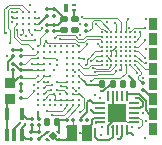
<source format=gbr>
%TF.GenerationSoftware,KiCad,Pcbnew,8.0.7*%
%TF.CreationDate,2025-01-06T01:22:00-08:00*%
%TF.ProjectId,Miniscope-v4-Wire-Free,4d696e69-7363-46f7-9065-2d76342d5769,rev?*%
%TF.SameCoordinates,Original*%
%TF.FileFunction,Copper,L6,Bot*%
%TF.FilePolarity,Positive*%
%FSLAX46Y46*%
G04 Gerber Fmt 4.6, Leading zero omitted, Abs format (unit mm)*
G04 Created by KiCad (PCBNEW 8.0.7) date 2025-01-06 01:22:00*
%MOMM*%
%LPD*%
G01*
G04 APERTURE LIST*
G04 Aperture macros list*
%AMRoundRect*
0 Rectangle with rounded corners*
0 $1 Rounding radius*
0 $2 $3 $4 $5 $6 $7 $8 $9 X,Y pos of 4 corners*
0 Add a 4 corners polygon primitive as box body*
4,1,4,$2,$3,$4,$5,$6,$7,$8,$9,$2,$3,0*
0 Add four circle primitives for the rounded corners*
1,1,$1+$1,$2,$3*
1,1,$1+$1,$4,$5*
1,1,$1+$1,$6,$7*
1,1,$1+$1,$8,$9*
0 Add four rect primitives between the rounded corners*
20,1,$1+$1,$2,$3,$4,$5,0*
20,1,$1+$1,$4,$5,$6,$7,0*
20,1,$1+$1,$6,$7,$8,$9,0*
20,1,$1+$1,$8,$9,$2,$3,0*%
%AMRotRect*
0 Rectangle, with rotation*
0 The origin of the aperture is its center*
0 $1 length*
0 $2 width*
0 $3 Rotation angle, in degrees counterclockwise*
0 Add horizontal line*
21,1,$1,$2,0,0,$3*%
%AMFreePoly0*
4,1,7,0.110000,0.125000,0.110000,-0.125000,-0.110000,-0.125000,-0.140000,-0.125000,-0.140000,0.095000,0.110000,0.345000,0.110000,0.125000,0.110000,0.125000,$1*%
%AMFreePoly1*
4,1,6,0.140000,0.095000,0.140000,-0.125000,-0.110000,-0.125000,-0.110000,0.275000,-0.040000,0.275000,0.140000,0.095000,0.140000,0.095000,$1*%
%AMFreePoly2*
4,1,8,0.110000,0.125000,0.110000,-0.125000,-0.110000,-0.125000,-0.140000,-0.125000,-0.140000,0.095000,0.040000,0.275000,0.110000,0.275000,0.110000,0.125000,0.110000,0.125000,$1*%
G04 Aperture macros list end*
%TA.AperFunction,SMDPad,CuDef*%
%ADD10RoundRect,0.077500X-0.092500X0.077500X-0.092500X-0.077500X0.092500X-0.077500X0.092500X0.077500X0*%
%TD*%
%TA.AperFunction,SMDPad,CuDef*%
%ADD11C,0.228600*%
%TD*%
%TA.AperFunction,SMDPad,CuDef*%
%ADD12RoundRect,0.145000X0.145000X0.170000X-0.145000X0.170000X-0.145000X-0.170000X0.145000X-0.170000X0*%
%TD*%
%TA.AperFunction,SMDPad,CuDef*%
%ADD13RoundRect,0.145000X-0.145000X-0.170000X0.145000X-0.170000X0.145000X0.170000X-0.145000X0.170000X0*%
%TD*%
%TA.AperFunction,SMDPad,CuDef*%
%ADD14RoundRect,0.077500X0.092500X-0.077500X0.092500X0.077500X-0.092500X0.077500X-0.092500X-0.077500X0*%
%TD*%
%TA.AperFunction,SMDPad,CuDef*%
%ADD15RoundRect,0.077500X-0.077500X-0.092500X0.077500X-0.092500X0.077500X0.092500X-0.077500X0.092500X0*%
%TD*%
%TA.AperFunction,SMDPad,CuDef*%
%ADD16RoundRect,0.145000X0.170000X-0.145000X0.170000X0.145000X-0.170000X0.145000X-0.170000X-0.145000X0*%
%TD*%
%TA.AperFunction,SMDPad,CuDef*%
%ADD17RoundRect,0.222500X0.237500X-0.222500X0.237500X0.222500X-0.237500X0.222500X-0.237500X-0.222500X0*%
%TD*%
%TA.AperFunction,SMDPad,CuDef*%
%ADD18C,0.250000*%
%TD*%
%TA.AperFunction,SMDPad,CuDef*%
%ADD19R,0.812800X1.320800*%
%TD*%
%TA.AperFunction,SMDPad,CuDef*%
%ADD20R,0.340000X0.990000*%
%TD*%
%TA.AperFunction,SMDPad,CuDef*%
%ADD21FreePoly0,90.000000*%
%TD*%
%TA.AperFunction,SMDPad,CuDef*%
%ADD22FreePoly1,90.000000*%
%TD*%
%TA.AperFunction,SMDPad,CuDef*%
%ADD23FreePoly2,270.000000*%
%TD*%
%TA.AperFunction,SMDPad,CuDef*%
%ADD24FreePoly1,270.000000*%
%TD*%
%TA.AperFunction,SMDPad,CuDef*%
%ADD25RotRect,0.480000X0.480000X225.000000*%
%TD*%
%TA.AperFunction,SMDPad,CuDef*%
%ADD26RoundRect,0.050000X-0.050000X0.375000X-0.050000X-0.375000X0.050000X-0.375000X0.050000X0.375000X0*%
%TD*%
%TA.AperFunction,SMDPad,CuDef*%
%ADD27RoundRect,0.050000X-0.375000X0.050000X-0.375000X-0.050000X0.375000X-0.050000X0.375000X0.050000X0*%
%TD*%
%TA.AperFunction,SMDPad,CuDef*%
%ADD28R,1.650000X1.650000*%
%TD*%
%TA.AperFunction,SMDPad,CuDef*%
%ADD29R,0.800000X1.000000*%
%TD*%
%TA.AperFunction,SMDPad,CuDef*%
%ADD30RoundRect,0.077500X0.077500X0.092500X-0.077500X0.092500X-0.077500X-0.092500X0.077500X-0.092500X0*%
%TD*%
%TA.AperFunction,SMDPad,CuDef*%
%ADD31R,0.400000X0.250000*%
%TD*%
%TA.AperFunction,SMDPad,CuDef*%
%ADD32R,0.400000X0.700000*%
%TD*%
%TA.AperFunction,ViaPad*%
%ADD33C,0.254000*%
%TD*%
%TA.AperFunction,ViaPad*%
%ADD34C,0.304800*%
%TD*%
%TA.AperFunction,Conductor*%
%ADD35C,0.101600*%
%TD*%
%TA.AperFunction,Conductor*%
%ADD36C,0.152400*%
%TD*%
%TA.AperFunction,Conductor*%
%ADD37C,0.076200*%
%TD*%
G04 APERTURE END LIST*
D10*
%TO.P,R22,1*%
%TO.N,Net-(R22-Pad1)*%
X82623600Y-68128800D03*
%TO.P,R22,2*%
%TO.N,GND*%
X82623600Y-68678800D03*
%TD*%
D11*
%TO.P,U6,A1,PA25*%
%TO.N,/PUSH_BUT_MCU*%
X90782200Y-63598200D03*
%TO.P,U6,A2,PB22*%
%TO.N,/IR_REC*%
X90782200Y-63198200D03*
%TO.P,U6,A3,PB23*%
%TO.N,/nCHRG*%
X90782200Y-62798200D03*
%TO.P,U6,A4,VDDCORE*%
%TO.N,/VDDCORE*%
X90782200Y-62398200D03*
%TO.P,U6,A5,VSW*%
%TO.N,Net-(L5-Pad2)*%
X90782200Y-61998200D03*
%TO.P,U6,A6,PB30*%
%TO.N,/LED_PWM*%
X90782200Y-61598200D03*
%TO.P,U6,A7,PB00*%
%TO.N,/I2C_BB_SDA*%
X90782200Y-61198200D03*
%TO.P,U6,A8,PB02*%
%TO.N,/I2C_BB_SCL*%
X90782200Y-60798200D03*
%TO.P,U6,B1,PA24*%
%TO.N,/3V3_EN*%
X90382200Y-63598200D03*
%TO.P,U6,B2,GND*%
%TO.N,GND*%
X90382200Y-63198200D03*
%TO.P,U6,B3,PA27*%
%TO.N,unconnected-(U6-PadB3)*%
X90382200Y-62798200D03*
%TO.P,U6,B4,\u002ARESET*%
%TO.N,/nRESET*%
X90382200Y-62398200D03*
%TO.P,U6,B5,VDDIO*%
%TO.N,+1V8*%
X90382200Y-61998200D03*
%TO.P,U6,B6,PB31*%
%TO.N,unconnected-(U6-PadB6)*%
X90382200Y-61598200D03*
%TO.P,U6,B7,PB01*%
%TO.N,/ENT*%
X90382200Y-61198200D03*
%TO.P,U6,B8,PA00*%
%TO.N,/XIN32*%
X90382200Y-60798200D03*
%TO.P,U6,C1,PA22*%
%TO.N,/PCC_DATA6*%
X89982200Y-63598200D03*
%TO.P,U6,C2,PA23*%
%TO.N,/PCC_DATA7*%
X89982200Y-63198200D03*
%TO.P,U6,C3,VDDIO*%
%TO.N,+1V8*%
X89982200Y-62798200D03*
%TO.P,U6,C4,GND*%
%TO.N,GND*%
X89982200Y-62398200D03*
%TO.P,U6,C5,PA30*%
%TO.N,/SWCLK*%
X89982200Y-61998200D03*
%TO.P,U6,C6,PB03*%
%TO.N,unconnected-(U6-PadC6)*%
X89982200Y-61598200D03*
%TO.P,U6,C7,PA02*%
%TO.N,/ADC0*%
X89982200Y-61198200D03*
%TO.P,U6,C8,PA01*%
%TO.N,/XOUT32*%
X89982200Y-60798200D03*
%TO.P,U6,D1,PB17*%
%TO.N,/UART_RX*%
X89582200Y-63598200D03*
%TO.P,U6,D2,PA20*%
%TO.N,/PCC_DATA4*%
X89582200Y-63198200D03*
%TO.P,U6,D3,PA21*%
%TO.N,/PCC_DATA5*%
X89582200Y-62798200D03*
%TO.P,U6,D4,PB16*%
%TO.N,/UART_TX*%
X89582200Y-62398200D03*
%TO.P,U6,D5,PA31*%
%TO.N,/SWDIO*%
X89582200Y-61998200D03*
%TO.P,U6,D6,PA03*%
%TO.N,unconnected-(U6-PadD6)*%
X89582200Y-61598200D03*
%TO.P,U6,D7,PB04*%
%TO.N,unconnected-(U6-PadD7)*%
X89582200Y-61198200D03*
%TO.P,U6,D8,PB05*%
%TO.N,/SD_DET*%
X89582200Y-60798200D03*
%TO.P,U6,E1,PA18*%
%TO.N,/PCC_DATA2*%
X89182200Y-63598200D03*
%TO.P,U6,E2,PA19*%
%TO.N,/PCC_DATA3*%
X89182200Y-63198200D03*
%TO.P,U6,E3,VDDIO*%
%TO.N,+1V8*%
X89182200Y-62798200D03*
%TO.P,U6,E4,VDDIOB*%
X89182200Y-62398200D03*
%TO.P,U6,E5,GNDANA*%
%TO.N,GND*%
X89182200Y-61998200D03*
%TO.P,U6,E6,PB07*%
%TO.N,unconnected-(U6-PadE6)*%
X89182200Y-61598200D03*
%TO.P,U6,E7,PB06*%
%TO.N,unconnected-(U6-PadE7)*%
X89182200Y-61198200D03*
%TO.P,U6,E8,VDDANA*%
%TO.N,/VDDA*%
X89182200Y-60798200D03*
%TO.P,U6,F1,PA17*%
%TO.N,/PCC_DATA1*%
X88782200Y-63598200D03*
%TO.P,U6,F2,PA12*%
%TO.N,/PCC_DEN1*%
X88782200Y-63198200D03*
%TO.P,U6,F3,GND*%
%TO.N,GND*%
X88782200Y-62798200D03*
%TO.P,U6,F4,GND*%
X88782200Y-62398200D03*
%TO.P,U6,F5,PB08*%
%TO.N,unconnected-(U6-PadF5)*%
X88782200Y-61998200D03*
%TO.P,U6,F6,PA05*%
%TO.N,/SPI1_SCK*%
X88782200Y-61598200D03*
%TO.P,U6,F7,PA04*%
%TO.N,/SPI1_MOSI*%
X88782200Y-61198200D03*
%TO.P,U6,F8,PB09*%
%TO.N,/LED_STATUS*%
X88782200Y-60798200D03*
%TO.P,U6,G1,PA16*%
%TO.N,/PCC_DATA0*%
X88382200Y-63598200D03*
%TO.P,U6,G2,PA13*%
%TO.N,/PCC_DEN2*%
X88382200Y-63198200D03*
%TO.P,U6,G3,PB14*%
%TO.N,/PCC_DEN1*%
X88382200Y-62798200D03*
%TO.P,U6,G4,PB11*%
%TO.N,/SDMMC1_CK*%
X88382200Y-62398200D03*
%TO.P,U6,G5,PA11*%
%TO.N,/SDMMC1_D2*%
X88382200Y-61998200D03*
%TO.P,U6,G6,PA09*%
%TO.N,/SDMMC1_D0*%
X88382200Y-61598200D03*
%TO.P,U6,G7,PA06*%
%TO.N,/SPI1_MISO*%
X88382200Y-61198200D03*
%TO.P,U6,G8,PA07*%
%TO.N,/MONITOR0*%
X88382200Y-60798200D03*
%TO.P,U6,H1,PA14*%
%TO.N,/PCC_CLK*%
X87982200Y-63598200D03*
%TO.P,U6,H2,PA15*%
%TO.N,/TRIGGER0*%
X87982200Y-63198200D03*
%TO.P,U6,H3,PB15*%
%TO.N,/CLK1_OUT*%
X87982200Y-62798200D03*
%TO.P,U6,H4,PB13*%
%TO.N,/RESET_N*%
X87982200Y-62398200D03*
%TO.P,U6,H5,PB12*%
%TO.N,/SPI1_NSS*%
X87982200Y-61998200D03*
%TO.P,U6,H6,PB15*%
%TO.N,/SDMMC1_D3*%
X87982200Y-61598200D03*
%TO.P,U6,H7,PA10*%
%TO.N,/SDMMC1_D1*%
X87982200Y-61198200D03*
%TO.P,U6,H8,PA08*%
%TO.N,/SDMMC1_CMD*%
X87982200Y-60798200D03*
%TD*%
D12*
%TO.P,C6,1*%
%TO.N,+1V8*%
X88883400Y-65134000D03*
%TO.P,C6,2*%
%TO.N,GND*%
X87993400Y-65134000D03*
%TD*%
D13*
%TO.P,C7,1*%
%TO.N,+3V3*%
X89746000Y-65159400D03*
%TO.P,C7,2*%
%TO.N,GND*%
X90636000Y-65159400D03*
%TD*%
D14*
%TO.P,C9,1*%
%TO.N,+1V8*%
X83311500Y-59412500D03*
%TO.P,C9,2*%
%TO.N,GND*%
X83311500Y-58862500D03*
%TD*%
%TO.P,C10,1*%
%TO.N,+3V3*%
X83946500Y-59412500D03*
%TO.P,C10,2*%
%TO.N,GND*%
X83946500Y-58862500D03*
%TD*%
%TO.P,C11,1*%
%TO.N,+3V3*%
X80454100Y-62841500D03*
%TO.P,C11,2*%
%TO.N,GND*%
X80454100Y-62291500D03*
%TD*%
%TO.P,C27,1*%
%TO.N,+1V8*%
X82016200Y-69800400D03*
%TO.P,C27,2*%
%TO.N,GND*%
X82016200Y-69250400D03*
%TD*%
%TO.P,C36,1*%
%TO.N,/VREF_BOTPLATE*%
X80479500Y-64022600D03*
%TO.P,C36,2*%
%TO.N,GND*%
X80479500Y-63472600D03*
%TD*%
%TO.P,C38,1*%
%TO.N,+3V3*%
X83311500Y-60720600D03*
%TO.P,C38,2*%
%TO.N,GND*%
X83311500Y-60170600D03*
%TD*%
%TO.P,C41,1*%
%TO.N,+3V3*%
X83946500Y-60720600D03*
%TO.P,C41,2*%
%TO.N,GND*%
X83946500Y-60170600D03*
%TD*%
D15*
%TO.P,C48,1*%
%TO.N,/VDD_PIX*%
X85015600Y-68208400D03*
%TO.P,C48,2*%
%TO.N,GND*%
X85565600Y-68208400D03*
%TD*%
D16*
%TO.P,C50,1*%
%TO.N,+3V3*%
X84759300Y-60585800D03*
%TO.P,C50,2*%
%TO.N,GND*%
X84759300Y-59695800D03*
%TD*%
%TO.P,C52,1*%
%TO.N,+1V8*%
X85699100Y-60560400D03*
%TO.P,C52,2*%
%TO.N,GND*%
X85699100Y-59670400D03*
%TD*%
D17*
%TO.P,L4,1*%
%TO.N,Net-(L4-Pad1)*%
X80162000Y-66401200D03*
%TO.P,L4,2*%
%TO.N,/VREF_BOTPLATE*%
X80162000Y-65071200D03*
%TD*%
D18*
%TO.P,U8,A1,VDD_PIX*%
%TO.N,/VDD_PIX*%
X86046000Y-66989600D03*
%TO.P,U8,A2,VDD_18*%
%TO.N,+1V8*%
X86046000Y-66489600D03*
%TO.P,U8,A3,TR2*%
%TO.N,GND*%
X86046000Y-65989600D03*
%TO.P,U8,A4,SS_N*%
%TO.N,/SPI1_NSS*%
X86046000Y-65489600D03*
%TO.P,U8,A5,FRAME_VALID*%
%TO.N,/PCC_DEN1*%
X86046000Y-64989600D03*
%TO.P,U8,A6,VSS_COLPC*%
%TO.N,GND*%
X86046000Y-64489600D03*
%TO.P,U8,A7,DOUT7*%
%TO.N,/PCC_DATA5*%
X86046000Y-63989600D03*
%TO.P,U8,A8,CLK_OUT*%
%TO.N,/PCC_CLK*%
X86046000Y-63489600D03*
%TO.P,U8,A9,DOUT2*%
%TO.N,/PCC_DATA0*%
X86046000Y-62989600D03*
%TO.P,U8,A10,VDD_18*%
%TO.N,+1V8*%
X86046000Y-62489600D03*
%TO.P,U8,A11,VSS_COLPC*%
%TO.N,GND*%
X86046000Y-61989600D03*
%TO.P,U8,B1,VDD_33*%
%TO.N,+3V3*%
X85546000Y-66989600D03*
%TO.P,U8,B2,VSS_COLPC*%
%TO.N,GND*%
X85546000Y-66489600D03*
%TO.P,U8,B3,TR1*%
X85546000Y-65989600D03*
%TO.P,U8,B4,SCK*%
%TO.N,/SPI1_SCK*%
X85546000Y-65489600D03*
%TO.P,U8,B5,LINE_VALID*%
%TO.N,/PCC_DEN2*%
X85546000Y-64989600D03*
%TO.P,U8,B6,VDD_PIX*%
%TO.N,/VDD_PIX*%
X85546000Y-64489600D03*
%TO.P,U8,B7,DOUT6*%
%TO.N,/PCC_DATA4*%
X85546000Y-63989600D03*
%TO.P,U8,B8,DOUT4*%
%TO.N,/PCC_DATA2*%
X85546000Y-63489600D03*
%TO.P,U8,B9,DOUT0*%
%TO.N,unconnected-(U8-PadB9)*%
X85546000Y-62989600D03*
%TO.P,U8,B10,VDD_PIX*%
%TO.N,/VDD_PIX*%
X85546000Y-62489600D03*
%TO.P,U8,B11,CLK_OUTP*%
%TO.N,unconnected-(U8-PadB11)*%
X85546000Y-61989600D03*
%TO.P,U8,C1,MONITOR0*%
%TO.N,/MONITOR0*%
X85046000Y-66989600D03*
%TO.P,U8,C2,SCAN_EN*%
%TO.N,GND*%
X85046000Y-66489600D03*
%TO.P,U8,C3,TRIGGER0*%
%TO.N,/TRIGGER0*%
X85046000Y-65989600D03*
%TO.P,U8,C4,RESET_N*%
%TO.N,/RESET_N*%
X85046000Y-65489600D03*
%TO.P,U8,C5,DOUT9*%
%TO.N,/PCC_DATA7*%
X85046000Y-64989600D03*
%TO.P,U8,C6,DOUT8*%
%TO.N,/PCC_DATA6*%
X85046000Y-64489600D03*
%TO.P,U8,C7,DOUT5*%
%TO.N,/PCC_DATA3*%
X85046000Y-63989600D03*
%TO.P,U8,C8,DOUT3*%
%TO.N,/PCC_DATA1*%
X85046000Y-63489600D03*
%TO.P,U8,C9,DOUT1*%
%TO.N,unconnected-(U8-PadC9)*%
X85046000Y-62989600D03*
%TO.P,U8,C10,CLK_OUTN*%
%TO.N,unconnected-(U8-PadC10)*%
X85046000Y-62489600D03*
%TO.P,U8,C11,DOUTP*%
%TO.N,unconnected-(U8-PadC11)*%
X85046000Y-61989600D03*
%TO.P,U8,D1,MONITOR1*%
%TO.N,/MONITOR1*%
X84546000Y-66989600D03*
%TO.P,U8,D2,VSS_18*%
%TO.N,GND*%
X84546000Y-66489600D03*
%TO.P,U8,D10,DOUTN*%
%TO.N,unconnected-(U8-PadD10)*%
X84546000Y-62489600D03*
%TO.P,U8,D11,SYNCP*%
%TO.N,unconnected-(U8-PadD11)*%
X84546000Y-61989600D03*
%TO.P,U8,E1,IBIAS_MASTER*%
%TO.N,Net-(R22-Pad1)*%
X84046000Y-66989600D03*
%TO.P,U8,E2,VSS_33*%
%TO.N,GND*%
X84046000Y-66489600D03*
%TO.P,U8,E10,SYNCN*%
%TO.N,unconnected-(U8-PadE10)*%
X84046000Y-62489600D03*
%TO.P,U8,E11,LVDS_CLK_INP*%
%TO.N,unconnected-(U8-PadE11)*%
X84046000Y-61989600D03*
%TO.P,U8,F1,CP_RESPD*%
%TO.N,unconnected-(U8-PadF1)*%
X83546000Y-66989600D03*
%TO.P,U8,F2,MONITOR2*%
%TO.N,/MONITOR2*%
X83546000Y-66489600D03*
%TO.P,U8,F10,LVDS_CLK_INN*%
%TO.N,unconnected-(U8-PadF10)*%
X83546000Y-62489600D03*
%TO.P,U8,F11,VDD_33*%
%TO.N,+3V3*%
X83546000Y-61989600D03*
%TO.P,U8,G1,CP_CALIB*%
%TO.N,unconnected-(U8-PadG1)*%
X83046000Y-66989600D03*
%TO.P,U8,G2,VSS_33*%
%TO.N,GND*%
X83046000Y-66489600D03*
%TO.P,U8,G3,VDD_33*%
%TO.N,+3V3*%
X83046000Y-65989600D03*
%TO.P,U8,G4,MISO*%
%TO.N,/SPI1_MISO*%
X83046000Y-65489600D03*
%TO.P,U8,G5,MOSI*%
%TO.N,/SPI1_MOSI*%
X83046000Y-64989600D03*
%TO.P,U8,G6,VSS_18*%
%TO.N,GND*%
X83046000Y-64489600D03*
%TO.P,U8,G7,VSS_18*%
X83046000Y-63989600D03*
%TO.P,U8,G8,VSS_18*%
X83046000Y-63489600D03*
%TO.P,U8,G9,CLK_PLL*%
%TO.N,/CLK1_OUT*%
X83046000Y-62989600D03*
%TO.P,U8,G10,LOCK_DETECT*%
%TO.N,/LOCK_DETECT*%
X83046000Y-62489600D03*
%TO.P,U8,G11,VSS_18*%
%TO.N,GND*%
X83046000Y-61989600D03*
%TO.P,U8,H1,MBSINOUT1*%
%TO.N,unconnected-(U8-PadH1)*%
X82546000Y-66989600D03*
%TO.P,U8,H2,MBSINOUT1*%
%TO.N,unconnected-(U8-PadH2)*%
X82546000Y-66489600D03*
%TO.P,U8,H3,MBSINOUT2*%
%TO.N,unconnected-(U8-PadH3)*%
X82546000Y-65989600D03*
%TO.P,U8,H4,CP_SEL_SAMPLE*%
%TO.N,unconnected-(U8-PadH4)*%
X82546000Y-65489600D03*
%TO.P,U8,H5,TEST_ENABLE*%
%TO.N,GND*%
X82546000Y-64989600D03*
%TO.P,U8,H6,VREF_BOTPLATE*%
%TO.N,/VREF_BOTPLATE*%
X82546000Y-64489600D03*
%TO.P,U8,H7,VSS_33*%
%TO.N,GND*%
X82546000Y-63989600D03*
%TO.P,U8,H8,VSS_33*%
X82546000Y-63489600D03*
%TO.P,U8,H9,VDD_18*%
%TO.N,+1V8*%
X82546000Y-62989600D03*
%TO.P,U8,H10,VDD_33*%
%TO.N,+3V3*%
X82546000Y-62489600D03*
%TO.P,U8,H11,VDD_33*%
X82546000Y-61989600D03*
%TD*%
D19*
%TO.P,J9,1,Pin_1*%
%TO.N,GND*%
X85446800Y-69347600D03*
%TD*%
%TO.P,J10,1,Pin_1*%
%TO.N,/BAT+*%
X86716800Y-69347600D03*
%TD*%
D10*
%TO.P,C30,1*%
%TO.N,+3V3*%
X82041600Y-68107400D03*
%TO.P,C30,2*%
%TO.N,GND*%
X82041600Y-68657400D03*
%TD*%
D18*
%TO.P,U4,A1,IO_VL3*%
%TO.N,/SDMMC1_D2*%
X82309000Y-59073300D03*
%TO.P,U4,A2,IO_VCC3*%
%TO.N,/SD_DAT2*%
X81809000Y-59073300D03*
%TO.P,U4,A3,IO_VCC4*%
%TO.N,/SD_DAT3*%
X81309000Y-59073300D03*
%TO.P,U4,A4,IO_VL4*%
%TO.N,/SDMMC1_D3*%
X80809000Y-59073300D03*
%TO.P,U4,B1,IO_VL2*%
%TO.N,/SDMMC1_D1*%
X82309000Y-59573300D03*
%TO.P,U4,B2,IO_VCC2*%
%TO.N,/SD_DAT1*%
X81809000Y-59573300D03*
%TO.P,U4,B3,IO_VCC5*%
%TO.N,/SD_CMD*%
X81309000Y-59573300D03*
%TO.P,U4,B4,IO_VL5*%
%TO.N,/SDMMC1_CMD*%
X80809000Y-59573300D03*
%TO.P,U4,C1,VL*%
%TO.N,+1V8*%
X82309000Y-60073300D03*
%TO.P,U4,C2,VCC*%
%TO.N,+3V3*%
X81809000Y-60073300D03*
%TO.P,U4,C3,GND*%
%TO.N,GND*%
X81309000Y-60073300D03*
%TO.P,U4,C4,EN*%
%TO.N,+1V8*%
X80809000Y-60073300D03*
%TO.P,U4,D1,IO_VL1*%
%TO.N,/SDMMC1_D0*%
X82309000Y-60573300D03*
%TO.P,U4,D2,IO_VCC1*%
%TO.N,/SD_DAT0*%
X81809000Y-60573300D03*
%TO.P,U4,D3,IO_VCC6*%
%TO.N,/SD_CLK*%
X81309000Y-60573300D03*
%TO.P,U4,D4,IO_VL6*%
%TO.N,/SDMMC1_CK*%
X80809000Y-60573300D03*
%TD*%
D20*
%TO.P,U9,1,+*%
%TO.N,+1V8*%
X81218400Y-69495600D03*
%TO.P,U9,2,V-*%
%TO.N,GND*%
X80568400Y-69495600D03*
%TO.P,U9,3,-*%
%TO.N,Net-(L4-Pad1)*%
X79918400Y-69495600D03*
%TO.P,U9,4*%
X79918400Y-67675600D03*
%TO.P,U9,5,V+*%
%TO.N,+3V3*%
X81218400Y-67675600D03*
%TD*%
D14*
%TO.P,C37,1*%
%TO.N,VDC*%
X82625800Y-69825800D03*
%TO.P,C37,2*%
%TO.N,GND*%
X82625800Y-69275800D03*
%TD*%
D12*
%TO.P,C51,1*%
%TO.N,/VDD_PIX*%
X84213800Y-68382400D03*
%TO.P,C51,2*%
%TO.N,GND*%
X83323800Y-68382400D03*
%TD*%
D21*
%TO.P,U7,1,VOUT*%
%TO.N,/VDD_PIX*%
X84344600Y-69210800D03*
D22*
%TO.P,U7,2,GND*%
%TO.N,GND*%
X84344600Y-69890800D03*
D23*
%TO.P,U7,3,nSHDN*%
%TO.N,+3V3*%
X83294600Y-69890800D03*
D24*
%TO.P,U7,4,VIN*%
%TO.N,VDC*%
X83294600Y-69210800D03*
D25*
%TO.P,U7,5,EP*%
%TO.N,GND*%
X83819600Y-69550800D03*
%TD*%
D26*
%TO.P,U1,1,HPWR*%
%TO.N,Net-(R17-Pad1)*%
X88480600Y-66171100D03*
%TO.P,U1,2,FSEL*%
%TO.N,GND*%
X88880600Y-66171100D03*
%TO.P,U1,3,PBSTAT*%
%TO.N,/PUSH_BUT_MCU*%
X89280600Y-66171100D03*
%TO.P,U1,4,PGOOD*%
%TO.N,unconnected-(U1-Pad4)*%
X89680600Y-66171100D03*
%TO.P,U1,5,nON*%
%TO.N,/nON*%
X90080600Y-66171100D03*
D27*
%TO.P,U1,6,FB1*%
%TO.N,Net-(C3-Pad2)*%
X90730600Y-66821100D03*
%TO.P,U1,7,FB2*%
%TO.N,Net-(C4-Pad2)*%
X90730600Y-67221100D03*
%TO.P,U1,8,PWR_ON2*%
%TO.N,/3V3_EN*%
X90730600Y-67621100D03*
%TO.P,U1,9,PWR_ON1*%
%TO.N,+1V8*%
X90730600Y-68021100D03*
%TO.P,U1,10,STBY*%
%TO.N,GND*%
X90730600Y-68421100D03*
D26*
%TO.P,U1,11,SW2*%
%TO.N,Net-(L2-Pad1)*%
X90080600Y-69071100D03*
%TO.P,U1,12,BVIN*%
%TO.N,VDC*%
X89680600Y-69071100D03*
%TO.P,U1,13,SW1*%
%TO.N,Net-(L1-Pad1)*%
X89280600Y-69071100D03*
%TO.P,U1,14,nCHRG*%
%TO.N,/nCHRG*%
X88880600Y-69071100D03*
%TO.P,U1,15,NTC*%
%TO.N,GND*%
X88480600Y-69071100D03*
D27*
%TO.P,U1,16,PROG*%
%TO.N,Net-(R1-Pad1)*%
X87830600Y-68421100D03*
%TO.P,U1,17,BAT*%
%TO.N,/BAT+*%
X87830600Y-68021100D03*
%TO.P,U1,18,V_OUT*%
%TO.N,VDC*%
X87830600Y-67621100D03*
%TO.P,U1,19,SUSP*%
%TO.N,unconnected-(U1-Pad19)*%
X87830600Y-67221100D03*
%TO.P,U1,20,V_BUS*%
%TO.N,/USB_VBUS*%
X87830600Y-66821100D03*
D28*
%TO.P,U1,21,GND*%
%TO.N,GND*%
X89280600Y-67621100D03*
%TD*%
D29*
%TO.P,J14,1,Pin_1*%
%TO.N,+3V3*%
X92330200Y-60055000D03*
%TD*%
%TO.P,J15,1,Pin_1*%
%TO.N,/I2C_BB_SCL*%
X92330200Y-61325000D03*
%TD*%
%TO.P,J16,1,Pin_1*%
%TO.N,/I2C_BB_SDA*%
X92330200Y-62595000D03*
%TD*%
%TO.P,J17,1,Pin_1*%
%TO.N,/IR_REC*%
X92330200Y-63865000D03*
%TD*%
%TO.P,J18,1,Pin_1*%
%TO.N,/I_LED*%
X92330200Y-65135000D03*
%TD*%
%TO.P,J19,1,Pin_1*%
%TO.N,+1V8*%
X92330200Y-66405000D03*
%TD*%
%TO.P,J20,1,Pin_1*%
%TO.N,/nON*%
X92330200Y-67675000D03*
%TD*%
D14*
%TO.P,C44,1*%
%TO.N,+3V3*%
X81114400Y-62828800D03*
%TO.P,C44,2*%
%TO.N,GND*%
X81114400Y-62278800D03*
%TD*%
%TO.P,C40,1*%
%TO.N,+3V3*%
X81114400Y-66334000D03*
%TO.P,C40,2*%
%TO.N,GND*%
X81114400Y-65784000D03*
%TD*%
D10*
%TO.P,C53,1*%
%TO.N,/VREF_BOTPLATE*%
X81114400Y-64615600D03*
%TO.P,C53,2*%
%TO.N,GND*%
X81114400Y-65165600D03*
%TD*%
%TO.P,C49,1*%
%TO.N,+1V8*%
X81114500Y-63447200D03*
%TO.P,C49,2*%
%TO.N,GND*%
X81114500Y-63997200D03*
%TD*%
D14*
%TO.P,R16,1*%
%TO.N,+1V8*%
X91424700Y-65643500D03*
%TO.P,R16,2*%
%TO.N,/PUSH_BUT_MCU*%
X91424700Y-65093500D03*
%TD*%
D30*
%TO.P,R17,1*%
%TO.N,Net-(R17-Pad1)*%
X86751100Y-68213300D03*
%TO.P,R17,2*%
%TO.N,/USB_VBUS*%
X86201100Y-68213300D03*
%TD*%
D29*
%TO.P,J11,1,Pin_1*%
%TO.N,GND*%
X92330200Y-68945000D03*
%TD*%
D10*
%TO.P,R19,1*%
%TO.N,Net-(Q2-Pad1)*%
X86636800Y-60153200D03*
%TO.P,R19,2*%
%TO.N,/LED_STATUS*%
X86636800Y-60703200D03*
%TD*%
D31*
%TO.P,Q2,1,B*%
%TO.N,Net-(Q2-Pad1)*%
X85640600Y-58476000D03*
%TO.P,Q2,2,E*%
%TO.N,GND*%
X85640600Y-58926000D03*
D32*
%TO.P,Q2,3,C*%
%TO.N,Net-(D2-Pad1)*%
X84940600Y-58701000D03*
%TD*%
D33*
%TO.N,Net-(Q2-Pad1)*%
X85620800Y-58472400D03*
X86630160Y-60112368D03*
%TO.N,Net-(R22-Pad1)*%
X84046000Y-66989600D03*
D34*
X82598200Y-67540200D03*
%TO.N,GND*%
X86131000Y-67544900D03*
X83210000Y-61537800D03*
X81051000Y-68497400D03*
X83946500Y-60170600D03*
X83819600Y-69551500D03*
X85474133Y-59612893D03*
X82090200Y-63476200D03*
X88417000Y-59963000D03*
X85032200Y-68810200D03*
X82079700Y-63988900D03*
X83349700Y-68357700D03*
X82625800Y-69275800D03*
X81889200Y-58464400D03*
X83932200Y-66033600D03*
X85722400Y-68835600D03*
X91615200Y-69707000D03*
X89318700Y-67316300D03*
X86446800Y-64941400D03*
X90282200Y-64535000D03*
X92060200Y-69335600D03*
X83556203Y-64504598D03*
X81127200Y-62274400D03*
X83957611Y-64010396D03*
X81571700Y-61131400D03*
X81114500Y-65779600D03*
D33*
X81317700Y-60077300D03*
X90382200Y-63198200D03*
X88782200Y-62398200D03*
X89982200Y-62398200D03*
D34*
%TO.N,/SD_DAT2*%
X79844500Y-60890100D03*
%TO.N,/SD_DAT3*%
X80187400Y-61741000D03*
%TO.N,/SD_DAT0*%
X82067000Y-61017100D03*
%TO.N,/SD_CMD*%
X79971500Y-62769700D03*
D33*
X81305000Y-59569300D03*
D34*
%TO.N,/SD_CLK*%
X81130607Y-61000993D03*
%TO.N,/SD_DAT1*%
X80352500Y-59937600D03*
D33*
X81813000Y-59582000D03*
D34*
%TO.N,/USB_VBUS*%
X86933200Y-66502800D03*
%TO.N,/SWCLK*%
X86154200Y-60123400D03*
D33*
X89982200Y-61998200D03*
D34*
%TO.N,/SWDIO*%
X86116600Y-61029800D03*
D33*
X89582200Y-61998200D03*
D34*
%TO.N,+1V8*%
X84160800Y-63595200D03*
X91676174Y-59683600D03*
X81508200Y-68522800D03*
X87920000Y-65805000D03*
X84465600Y-66006475D03*
X81114500Y-63447200D03*
X91145275Y-68904400D03*
X88021597Y-68785053D03*
X85664425Y-60683005D03*
X91676198Y-62223610D03*
X82143200Y-62210900D03*
X82706100Y-60017900D03*
D33*
X86054800Y-66490800D03*
X86726200Y-61766400D03*
X90730600Y-68021100D03*
X92330200Y-66405000D03*
X90382200Y-61998200D03*
X89182200Y-62798200D03*
X89982200Y-62798200D03*
D34*
%TO.N,/SPI1_MOSI*%
X83451300Y-64966800D03*
D33*
X88782200Y-61198200D03*
D34*
%TO.N,/SPI1_MISO*%
X83787717Y-65298375D03*
D33*
X88382200Y-61198200D03*
%TO.N,/SPI1_SCK*%
X88782200Y-61598200D03*
X85787754Y-65731537D03*
%TO.N,/SPI1_NSS*%
X86052254Y-65490537D03*
X87640600Y-61791800D03*
D34*
%TO.N,/SDMMC1_D0*%
X82884880Y-60430360D03*
D33*
X88382200Y-61598200D03*
D34*
%TO.N,/SDMMC1_D1*%
X82675813Y-59581213D03*
X83982160Y-61273640D03*
%TO.N,/SDMMC1_D3*%
X84454600Y-61359968D03*
X80365202Y-59074000D03*
%TO.N,/SDMMC1_CMD*%
X80377900Y-59505800D03*
D33*
X87982200Y-60798200D03*
%TO.N,/SDMMC1_D2*%
X82309000Y-59073300D03*
X88382200Y-61998200D03*
D34*
%TO.N,/SDMMC1_CK*%
X82346400Y-61461600D03*
D33*
X88382200Y-62398200D03*
D34*
%TO.N,+3V3*%
X80035000Y-63950800D03*
X83792000Y-67802000D03*
X83946500Y-60720600D03*
X81114500Y-62833200D03*
X81216100Y-67684600D03*
X83311500Y-60720600D03*
X83652687Y-65681699D03*
X82259295Y-65741708D03*
X91424700Y-64644610D03*
X83294600Y-69890800D03*
D33*
X83946600Y-59416900D03*
X92365000Y-60039200D03*
X89901200Y-65144600D03*
X81813000Y-60077300D03*
X83551200Y-61995000D03*
D34*
%TO.N,/LED_PWM*%
X91245317Y-60771100D03*
%TO.N,VDC*%
X87043200Y-67349700D03*
X82625800Y-69830900D03*
X89307600Y-69800400D03*
%TO.N,/ENT*%
X90290855Y-60437692D03*
D33*
X90380880Y-61198200D03*
D34*
%TO.N,/VDD_PIX*%
X85546000Y-64489600D03*
X83627400Y-63519002D03*
D33*
X86046000Y-66989600D03*
X85546800Y-62490300D03*
D34*
%TO.N,Net-(C3-Pad2)*%
X87808100Y-66367500D03*
D33*
X90601400Y-66808300D03*
D34*
%TO.N,Net-(C4-Pad2)*%
X90857000Y-66367500D03*
%TO.N,/VDDA*%
X89129800Y-60025800D03*
%TO.N,Net-(R1-Pad1)*%
X87449600Y-68480000D03*
%TO.N,Net-(D2-Pad1)*%
X82191800Y-65254200D03*
D33*
X84960400Y-58701000D03*
D34*
%TO.N,/RESET_N*%
X84480000Y-65346075D03*
X86614267Y-63531700D03*
%TO.N,/TRIGGER0*%
X87550000Y-63250000D03*
X84165513Y-65676275D03*
%TO.N,/MONITOR0*%
X83334800Y-67471800D03*
D33*
X87475000Y-60072600D03*
D34*
%TO.N,/BAT+*%
X86125873Y-69346527D03*
%TO.N,Net-(L1-Pad1)*%
X87945402Y-69462600D03*
D33*
X89280600Y-68903800D03*
D34*
%TO.N,Net-(L2-Pad1)*%
X90614100Y-69513400D03*
%TO.N,/XIN32*%
X91628400Y-60466300D03*
%TO.N,/XOUT32*%
X90167400Y-59640800D03*
%TO.N,/VDDCORE*%
X91589800Y-62993600D03*
%TO.N,/nRESET*%
X87437400Y-66084400D03*
D33*
X90382200Y-62398200D03*
D34*
%TO.N,Net-(L5-Pad2)*%
X91615200Y-61410790D03*
%TO.N,/CLK1_OUT*%
X84150000Y-63150000D03*
X87058100Y-63224392D03*
D33*
%TO.N,/PCC_DEN2*%
X85546800Y-64992200D03*
X88382200Y-63198200D03*
%TO.N,/PCC_DATA0*%
X88382200Y-63598200D03*
X86471360Y-63041480D03*
%TO.N,/PCC_DEN1*%
X88782200Y-63198200D03*
X86046000Y-64989600D03*
%TO.N,/PCC_DATA1*%
X85046000Y-63489600D03*
X87250000Y-63836500D03*
%TO.N,/PCC_DATA3*%
X85045999Y-63988900D03*
X89182200Y-63198200D03*
%TO.N,/PCC_DATA2*%
X87423389Y-64153977D03*
X85546800Y-63493600D03*
%TO.N,/PCC_DATA5*%
X89153600Y-64042800D03*
X89582200Y-62798200D03*
%TO.N,/PCC_DATA4*%
X85724600Y-64141300D03*
X89582200Y-63198200D03*
D34*
%TO.N,/ADC0*%
X90536200Y-68776800D03*
D33*
X89982200Y-61198200D03*
D34*
%TO.N,/PCC_DATA7*%
X84175200Y-65002360D03*
D33*
X89982200Y-63198200D03*
%TO.N,/PCC_DATA6*%
X87056400Y-64916000D03*
X85048960Y-64494360D03*
%TO.N,/I2C_BB_SDA*%
X92381000Y-62595000D03*
X90782200Y-61198200D03*
%TO.N,/I2C_BB_SCL*%
X90782200Y-60798200D03*
X92402600Y-61317200D03*
D34*
%TO.N,/I_LED*%
X92123196Y-65025600D03*
%TO.N,/UART_RX*%
X91704600Y-68319600D03*
D33*
X89547946Y-64013589D03*
D34*
%TO.N,/UART_TX*%
X91441871Y-67629458D03*
D33*
X89582200Y-62398200D03*
D34*
%TO.N,/SD_DET*%
X86281200Y-59488402D03*
D33*
%TO.N,/PUSH_BUT_MCU*%
X91424700Y-65093500D03*
X89280600Y-65863790D03*
%TO.N,Net-(R17-Pad1)*%
X88491000Y-66473400D03*
X86738400Y-68213300D03*
%TO.N,/3V3_EN*%
X90917200Y-64255600D03*
X90730600Y-67621100D03*
D34*
%TO.N,/nCHRG*%
X88872000Y-68810200D03*
X87398800Y-68962600D03*
D33*
X91692116Y-63424684D03*
%TD*%
D35*
%TO.N,Net-(Q2-Pad1)*%
X86636800Y-60153200D02*
X86636800Y-60119008D01*
X86636800Y-60119008D02*
X86630160Y-60112368D01*
X85640600Y-58476000D02*
X85624400Y-58476000D01*
X85624400Y-58476000D02*
X85620800Y-58472400D01*
D36*
%TO.N,Net-(R22-Pad1)*%
X82598200Y-68103400D02*
X82598200Y-67540200D01*
D37*
X82623600Y-68128800D02*
X82598200Y-68103400D01*
D36*
%TO.N,GND*%
X82625800Y-69275800D02*
X82625800Y-69275800D01*
X85722400Y-68835600D02*
X85565600Y-69228800D01*
D35*
X85699100Y-59670400D02*
X85531640Y-59670400D01*
X86046000Y-61989600D02*
X86009600Y-61989600D01*
D36*
X87993400Y-65134000D02*
X87993400Y-64996700D01*
D35*
X83336969Y-61664769D02*
X83210000Y-61537800D01*
D36*
X82079700Y-63988900D02*
X81122800Y-63988900D01*
D35*
X85684769Y-61664769D02*
X83336969Y-61664769D01*
D36*
X89011928Y-68192600D02*
X89306000Y-68192600D01*
X82080400Y-63989600D02*
X82079700Y-63988900D01*
D35*
X86009600Y-61989600D02*
X85684769Y-61664769D01*
D36*
X87894599Y-65220801D02*
X86726201Y-65220801D01*
D35*
X90730600Y-68421100D02*
X90080600Y-68421100D01*
X82103600Y-63489600D02*
X82090200Y-63476200D01*
X89182200Y-61998200D02*
X88782200Y-62398200D01*
D36*
X80568400Y-68980000D02*
X81051000Y-68497400D01*
D35*
X86017240Y-66018360D02*
X86046000Y-65989600D01*
X83046000Y-63989600D02*
X82080400Y-63989600D01*
D36*
X84344600Y-69890800D02*
X84903600Y-69890800D01*
D35*
X90080600Y-68421100D02*
X89280600Y-67621100D01*
D36*
X83946500Y-60170600D02*
X84284500Y-60170600D01*
X85640600Y-58926000D02*
X85640600Y-59611900D01*
D35*
X83046000Y-66489600D02*
X83502000Y-66033600D01*
D36*
X88880600Y-67221100D02*
X89280600Y-67621100D01*
X81057600Y-63997200D02*
X80533000Y-63472600D01*
X87993400Y-65134000D02*
X87981400Y-65134000D01*
X84284500Y-60170600D02*
X84759300Y-59695800D01*
D35*
X83502000Y-66033600D02*
X83932200Y-66033600D01*
X88782200Y-62398200D02*
X88782200Y-62798200D01*
X85446800Y-69347600D02*
X85446800Y-69224800D01*
D36*
X83946500Y-58862500D02*
X83311500Y-58862500D01*
X90612400Y-65159400D02*
X90612400Y-64865200D01*
D35*
X86435800Y-66379400D02*
X86435800Y-67240100D01*
X84046000Y-66147400D02*
X83932200Y-66033600D01*
X86435800Y-67240100D02*
X86131000Y-67544900D01*
X85640600Y-59611900D02*
X85699100Y-59670400D01*
X83046000Y-63489600D02*
X82103600Y-63489600D01*
D36*
X87981400Y-65134000D02*
X87894599Y-65220801D01*
X81122800Y-63988900D02*
X81114500Y-63997200D01*
X88482200Y-68722328D02*
X89011928Y-68192600D01*
X82041600Y-69225000D02*
X82016200Y-69250400D01*
X88880600Y-66171100D02*
X88880600Y-67221100D01*
X90612400Y-64865200D02*
X90282200Y-64535000D01*
D35*
X85574760Y-66018360D02*
X86017240Y-66018360D01*
X86046000Y-64540600D02*
X86446800Y-64941400D01*
X85565600Y-68678800D02*
X85722400Y-68835600D01*
D36*
X90636000Y-65159400D02*
X90612400Y-65159400D01*
X81101700Y-62291500D02*
X81114400Y-62278800D01*
D37*
X82623600Y-69273600D02*
X82625800Y-69275800D01*
D36*
X88482200Y-69324400D02*
X88482200Y-68722328D01*
X86046000Y-65989600D02*
X86111500Y-65989600D01*
X82016200Y-69250400D02*
X82600400Y-69250400D01*
X83946500Y-58862500D02*
X84014500Y-58862500D01*
X81114400Y-65165600D02*
X81114400Y-65784000D01*
D35*
X83046000Y-61701800D02*
X83210000Y-61537800D01*
D36*
X81114500Y-63997200D02*
X81057600Y-63997200D01*
X82041600Y-68657400D02*
X82041600Y-69225000D01*
D35*
X83046000Y-61989600D02*
X83046000Y-61701800D01*
D36*
X83311500Y-60170600D02*
X83946500Y-60170600D01*
X90636000Y-65159400D02*
X90636000Y-64988700D01*
X84903600Y-69890800D02*
X85446800Y-69347600D01*
D35*
X84546000Y-66489600D02*
X84046000Y-66489600D01*
D36*
X84344600Y-69890800D02*
X84158900Y-69890800D01*
D35*
X85046000Y-66489600D02*
X84546000Y-66489600D01*
D37*
X82623600Y-68678800D02*
X82623600Y-69273600D01*
D36*
X80568400Y-69495600D02*
X80568400Y-68980000D01*
X80454100Y-62291500D02*
X81101700Y-62291500D01*
X84014500Y-58862500D02*
X84759300Y-59607300D01*
D35*
X86046000Y-64489600D02*
X86046000Y-64540600D01*
D36*
X83541205Y-64489600D02*
X83556203Y-64504598D01*
X82600400Y-69250400D02*
X82625800Y-69275800D01*
X85565600Y-69228800D02*
X85446800Y-69347600D01*
X86726201Y-65220801D02*
X86446800Y-64941400D01*
X84759300Y-59607300D02*
X84759300Y-59695800D01*
D35*
X83046000Y-64489600D02*
X83541205Y-64489600D01*
X85446800Y-69224800D02*
X85032200Y-68810200D01*
X82546000Y-64989600D02*
X83046000Y-64489600D01*
X84046000Y-66489600D02*
X84046000Y-66147400D01*
X85546000Y-66489600D02*
X85046000Y-66489600D01*
D36*
X84158900Y-69890800D02*
X83819600Y-69551500D01*
D35*
X85531640Y-59670400D02*
X85474133Y-59612893D01*
D36*
X80533000Y-63472600D02*
X80479500Y-63472600D01*
D35*
X85546000Y-65989600D02*
X85574760Y-66018360D01*
X86046000Y-65989600D02*
X86435800Y-66379400D01*
X85565600Y-68208400D02*
X85565600Y-68678800D01*
%TO.N,/SD_DAT2*%
X79730200Y-58861075D02*
X79730200Y-60839310D01*
D36*
X79844500Y-60890100D02*
X79780990Y-60890100D01*
D35*
X81225487Y-58489787D02*
X80101488Y-58489787D01*
X79780990Y-60890100D02*
X79730200Y-60839310D01*
X80101488Y-58489787D02*
X79730200Y-58861075D01*
X81809000Y-59073300D02*
X81225487Y-58489787D01*
%TO.N,/SD_DAT3*%
X80206702Y-58743798D02*
X80022300Y-58928200D01*
X80979498Y-58743798D02*
X80206702Y-58743798D01*
X80200100Y-60572600D02*
X80200100Y-61728300D01*
X80022300Y-58928200D02*
X80022300Y-60394800D01*
D36*
X80200100Y-61728300D02*
X80187400Y-61741000D01*
D35*
X81309000Y-59073300D02*
X80979498Y-58743798D01*
X80022300Y-60394800D02*
X80200100Y-60572600D01*
%TO.N,/SD_DAT0*%
X81809000Y-60573300D02*
X81809000Y-60759100D01*
X81809000Y-60759100D02*
X82067000Y-61017100D01*
%TO.N,/SD_CLK*%
X81309000Y-60573300D02*
X81309000Y-60822600D01*
X81309000Y-60822600D02*
X81130607Y-61000993D01*
D36*
%TO.N,/USB_VBUS*%
X86933200Y-66502800D02*
X86700300Y-66735700D01*
X86700300Y-67514800D02*
X86201100Y-68014000D01*
X87251500Y-66821100D02*
X86933200Y-66502800D01*
X86201100Y-68014000D02*
X86201100Y-68213300D01*
X86700300Y-66735700D02*
X86700300Y-67514800D01*
X87830600Y-66821100D02*
X87251500Y-66821100D01*
%TO.N,+1V8*%
X82706100Y-60017900D02*
X83311500Y-59412500D01*
D35*
X81114500Y-63447200D02*
X81484200Y-63447200D01*
D36*
X81508200Y-68635400D02*
X81508200Y-68522800D01*
D35*
X90730600Y-68021100D02*
X91155600Y-68021100D01*
D36*
X81218400Y-68925200D02*
X81508200Y-68635400D01*
D35*
X81724111Y-61791811D02*
X82143200Y-62210900D01*
D36*
X92330200Y-66405000D02*
X92095200Y-66405000D01*
X82016200Y-69800400D02*
X81523200Y-69800400D01*
D35*
X80506199Y-61202799D02*
X81095211Y-61791811D01*
D36*
X81218400Y-69495600D02*
X81218400Y-68925200D01*
X91424700Y-65643500D02*
X91568700Y-65643500D01*
D35*
X91374400Y-68239900D02*
X91374400Y-68675275D01*
X81941800Y-62989600D02*
X82546000Y-62989600D01*
X91155600Y-68021100D02*
X91374400Y-68239900D01*
D36*
X88883400Y-65134000D02*
X88764924Y-65134000D01*
D35*
X82309000Y-60073300D02*
X82650700Y-60073300D01*
D36*
X91568700Y-65643500D02*
X92330200Y-66405000D01*
X81523200Y-69800400D02*
X81218400Y-69495600D01*
D35*
X80506199Y-60376101D02*
X80506199Y-61202799D01*
D36*
X88764924Y-65134000D02*
X88093924Y-65805000D01*
D35*
X90730600Y-68023600D02*
X90714000Y-68040200D01*
X86046000Y-62489600D02*
X86046000Y-62446600D01*
D36*
X92095200Y-66405000D02*
X92085600Y-66414600D01*
D35*
X86046000Y-62446600D02*
X86726200Y-61766400D01*
X81095211Y-61791811D02*
X81724111Y-61791811D01*
D36*
X81114500Y-63447200D02*
X81114500Y-63447200D01*
X88093924Y-65805000D02*
X87920000Y-65805000D01*
D35*
X89182200Y-62398200D02*
X89182200Y-62798200D01*
X81484200Y-63447200D02*
X81941800Y-62989600D01*
X80809000Y-60073300D02*
X80506199Y-60376101D01*
X91374400Y-68675275D02*
X91145275Y-68904400D01*
D36*
X82650700Y-60073300D02*
X82706100Y-60017900D01*
D35*
X90730600Y-68021100D02*
X90730600Y-68023600D01*
D36*
%TO.N,/SPI1_MOSI*%
X83428500Y-64989600D02*
X83451300Y-64966800D01*
D35*
X83046000Y-64989600D02*
X83428500Y-64989600D01*
%TO.N,/SPI1_MISO*%
X83046000Y-65489600D02*
X83237225Y-65298375D01*
X83237225Y-65298375D02*
X83787717Y-65298375D01*
%TO.N,/SPI1_SCK*%
X85546000Y-65489600D02*
X85787754Y-65731354D01*
X85787754Y-65731354D02*
X85787754Y-65731537D01*
%TO.N,/SPI1_NSS*%
X87847000Y-61998200D02*
X87640600Y-61791800D01*
X87982200Y-61998200D02*
X87847000Y-61998200D01*
%TO.N,/SDMMC1_D0*%
X82309000Y-60573300D02*
X82741940Y-60573300D01*
X82741940Y-60573300D02*
X82884880Y-60430360D01*
%TO.N,/SDMMC1_D1*%
X86366743Y-61363857D02*
X85993457Y-61363857D01*
X82309000Y-59573300D02*
X82667900Y-59573300D01*
X86646699Y-61083901D02*
X86366743Y-61363857D01*
X87982200Y-61198200D02*
X87867901Y-61083901D01*
X85679600Y-61050000D02*
X84205800Y-61050000D01*
X84205800Y-61050000D02*
X83982160Y-61273640D01*
X87867901Y-61083901D02*
X86646699Y-61083901D01*
D36*
X82667900Y-59573300D02*
X82675813Y-59581213D01*
D35*
X85993457Y-61363857D02*
X85679600Y-61050000D01*
%TO.N,/SDMMC1_D3*%
X85701459Y-61359968D02*
X84454600Y-61359968D01*
X86472200Y-61614000D02*
X85955491Y-61614000D01*
X87784000Y-61400000D02*
X86686200Y-61400000D01*
X86686200Y-61400000D02*
X86472200Y-61614000D01*
X87982200Y-61598200D02*
X87784000Y-61400000D01*
D36*
X80365902Y-59073300D02*
X80365202Y-59074000D01*
D35*
X85955491Y-61614000D02*
X85701459Y-61359968D01*
X80809000Y-59073300D02*
X80365902Y-59073300D01*
%TO.N,/SDMMC1_CMD*%
X80809000Y-59573300D02*
X80445400Y-59573300D01*
D36*
X80445400Y-59573300D02*
X80377900Y-59505800D01*
D35*
%TO.N,/SDMMC1_CK*%
X80784322Y-61121697D02*
X81124225Y-61461600D01*
D36*
X80809000Y-60573300D02*
X80784322Y-60597978D01*
D35*
X81124225Y-61461600D02*
X82346400Y-61461600D01*
X80784322Y-60597978D02*
X80784322Y-61121697D01*
D36*
%TO.N,+3V3*%
X83311500Y-60720600D02*
X83311500Y-60720600D01*
X83946500Y-60720600D02*
X83946500Y-60720600D01*
D35*
X82546000Y-62489600D02*
X82321400Y-62714200D01*
D36*
X89746000Y-65159400D02*
X89886400Y-65159400D01*
D35*
X82321400Y-62714200D02*
X81233500Y-62714200D01*
D36*
X83294600Y-69890800D02*
X83248100Y-69844300D01*
D35*
X83046000Y-65989600D02*
X83353901Y-65681699D01*
X82546000Y-61989600D02*
X82714699Y-61820901D01*
X82714699Y-61317401D02*
X83311500Y-60720600D01*
D36*
X80454100Y-62841500D02*
X80454100Y-62890098D01*
X83946500Y-60720600D02*
X84624500Y-60720600D01*
X81638900Y-68107400D02*
X81216100Y-67684600D01*
X80035000Y-63309198D02*
X80035000Y-63950800D01*
D35*
X83546000Y-61989600D02*
X83546000Y-61989800D01*
X83546000Y-61989800D02*
X83551200Y-61995000D01*
X84736700Y-67798900D02*
X85546000Y-66989600D01*
D36*
X80454100Y-62890098D02*
X80035000Y-63309198D01*
D35*
X83353901Y-65681699D02*
X83652687Y-65681699D01*
D36*
X92330200Y-60055000D02*
X92349200Y-60055000D01*
D35*
X81233500Y-62714200D02*
X81114500Y-62833200D01*
X83792000Y-67802000D02*
X84736700Y-67798900D01*
D36*
X92349200Y-60055000D02*
X92365000Y-60039200D01*
D35*
X81114400Y-66334000D02*
X81667003Y-66334000D01*
X82714699Y-61820901D02*
X82714699Y-61317401D01*
X81667003Y-66334000D02*
X82259295Y-65741708D01*
D36*
X80462400Y-62833200D02*
X80454100Y-62841500D01*
X89886400Y-65159400D02*
X89901200Y-65144600D01*
X82041600Y-68107400D02*
X81638900Y-68107400D01*
D35*
%TO.N,/LED_PWM*%
X90782200Y-61598200D02*
X91245317Y-61135083D01*
X91245317Y-61135083D02*
X91245317Y-60771100D01*
D36*
%TO.N,VDC*%
X87043200Y-67349700D02*
X87314600Y-67621100D01*
X87314600Y-67621100D02*
X87830600Y-67621100D01*
X89680600Y-69608700D02*
X89496500Y-69792800D01*
X89680600Y-69071100D02*
X89680600Y-69608700D01*
X89315200Y-69792800D02*
X89307600Y-69800400D01*
X82690800Y-69890800D02*
X82625800Y-69825800D01*
X82679600Y-69825800D02*
X82625800Y-69825800D01*
X89496500Y-69792800D02*
X89315200Y-69792800D01*
X83294600Y-69210800D02*
X82679600Y-69825800D01*
%TO.N,/VDD_PIX*%
X84344600Y-69210800D02*
X84344600Y-68513200D01*
X84361800Y-68234400D02*
X84213800Y-68382400D01*
D35*
X86046000Y-66989600D02*
X84988000Y-68047600D01*
D36*
X84988000Y-68234400D02*
X84361800Y-68234400D01*
D35*
X84988000Y-68047600D02*
X84988000Y-68234400D01*
D36*
X84344600Y-68513200D02*
X84213800Y-68382400D01*
%TO.N,/VREF_BOTPLATE*%
X80479500Y-64022600D02*
X80479500Y-64753700D01*
D35*
X82333700Y-64623900D02*
X81122700Y-64623900D01*
D36*
X80930600Y-64615600D02*
X80528600Y-65017600D01*
D35*
X82468000Y-64489600D02*
X82333700Y-64623900D01*
D36*
X81122700Y-64623900D02*
X81114400Y-64615600D01*
X80528600Y-65017600D02*
X80428700Y-65017600D01*
X80479400Y-64753800D02*
X80162000Y-65071200D01*
X81114400Y-64615600D02*
X80930600Y-64615600D01*
X80479500Y-64753700D02*
X80162000Y-65071200D01*
D35*
X82546000Y-64489600D02*
X82468000Y-64489600D01*
D36*
%TO.N,Net-(C4-Pad2)*%
X91426900Y-66681300D02*
X91113100Y-66367500D01*
X91426900Y-67024200D02*
X91426900Y-66681300D01*
X91230000Y-67221100D02*
X91426900Y-67024200D01*
X91113100Y-66367500D02*
X90857000Y-66367500D01*
X90730600Y-67221100D02*
X91230000Y-67221100D01*
D35*
%TO.N,/VDDA*%
X89182200Y-60798200D02*
X89182200Y-60078200D01*
X89182200Y-60078200D02*
X89129800Y-60025800D01*
D36*
%TO.N,Net-(R1-Pad1)*%
X87830600Y-68421100D02*
X87521200Y-68421100D01*
X87521200Y-68421100D02*
X87462300Y-68480000D01*
D35*
%TO.N,Net-(D2-Pad1)*%
X84940600Y-58701000D02*
X84960400Y-58701000D01*
%TO.N,/RESET_N*%
X85046000Y-65489600D02*
X84902475Y-65346075D01*
X86753299Y-63078087D02*
X86753299Y-63392668D01*
X87982200Y-62398200D02*
X87433186Y-62398200D01*
X84902475Y-65346075D02*
X84480000Y-65346075D01*
X87433186Y-62398200D02*
X86850000Y-62981386D01*
X86753299Y-63392668D02*
X86614267Y-63531700D01*
X86850000Y-62981386D02*
X86753299Y-63078087D01*
%TO.N,/TRIGGER0*%
X85046000Y-65989600D02*
X84732675Y-65676275D01*
X87982200Y-63198200D02*
X87601800Y-63198200D01*
X84732675Y-65676275D02*
X84165513Y-65676275D01*
X87601800Y-63198200D02*
X87550000Y-63250000D01*
%TO.N,/MONITOR0*%
X84579600Y-67456000D02*
X85046000Y-66989600D01*
X88382200Y-60798200D02*
X88063000Y-60479000D01*
X88063000Y-60479000D02*
X87881400Y-60479000D01*
X84579600Y-67456000D02*
X83350600Y-67456000D01*
X87881400Y-60479000D02*
X87475000Y-60072600D01*
D36*
X83350600Y-67456000D02*
X83334800Y-67471800D01*
D35*
%TO.N,/BAT+*%
X86126946Y-69347600D02*
X86125873Y-69346527D01*
D36*
X87286200Y-68021100D02*
X87101691Y-68205609D01*
X87101691Y-68582083D02*
X86716800Y-68966974D01*
X87101691Y-68205609D02*
X87101691Y-68582083D01*
X86716800Y-68966974D02*
X86716800Y-69347600D01*
X87830600Y-68021100D02*
X87286200Y-68021100D01*
D35*
X86716800Y-69347600D02*
X86126946Y-69347600D01*
D36*
%TO.N,Net-(L2-Pad1)*%
X90425100Y-69324400D02*
X90614100Y-69513400D01*
X90082200Y-69324400D02*
X90425100Y-69324400D01*
D35*
%TO.N,/IR_REC*%
X90782200Y-63198200D02*
X90952000Y-63198200D01*
X91618800Y-63865000D02*
X92381000Y-63865000D01*
X90952000Y-63198200D02*
X91618800Y-63865000D01*
%TO.N,/XIN32*%
X90382200Y-60777400D02*
X90382200Y-60798200D01*
X91628400Y-60466300D02*
X90693300Y-60466300D01*
X90693300Y-60466300D02*
X90382200Y-60777400D01*
%TO.N,/XOUT32*%
X89982200Y-59826000D02*
X89982200Y-60798200D01*
X90167400Y-59640800D02*
X89982200Y-59826000D01*
%TO.N,/VDDCORE*%
X90782200Y-62398200D02*
X90994400Y-62398200D01*
X90994400Y-62398200D02*
X91589800Y-62993600D01*
%TO.N,Net-(L5-Pad2)*%
X90782200Y-61998200D02*
X91027790Y-61998200D01*
X91027790Y-61998200D02*
X91615200Y-61410790D01*
%TO.N,/CLK1_OUT*%
X87982200Y-62798200D02*
X87484292Y-62798200D01*
X83989600Y-62989600D02*
X84150000Y-63150000D01*
X87484292Y-62798200D02*
X87058100Y-63224392D01*
X83046000Y-62989600D02*
X83989600Y-62989600D01*
%TO.N,/PCC_CLK*%
X87941100Y-63557100D02*
X87982200Y-63598200D01*
X87982200Y-63598200D02*
X87941099Y-63557099D01*
X86763499Y-63836501D02*
X86392901Y-63836501D01*
X87042901Y-63557099D02*
X86763499Y-63836501D01*
X86392901Y-63836501D02*
X86046000Y-63489600D01*
X86046000Y-63489600D02*
X86113500Y-63557100D01*
X87941099Y-63557099D02*
X87042901Y-63557099D01*
%TO.N,/PCC_DATA0*%
X86419480Y-62989600D02*
X86471360Y-63041480D01*
X86046000Y-62989600D02*
X86419480Y-62989600D01*
%TO.N,/PCC_DEN1*%
X88782200Y-63198200D02*
X88382200Y-62798200D01*
D36*
X86046000Y-64989600D02*
X86046000Y-65026800D01*
D35*
%TO.N,/PCC_DATA1*%
X88502799Y-63877601D02*
X87470706Y-63877601D01*
X87470706Y-63877601D02*
X87429605Y-63836500D01*
X88782200Y-63598200D02*
X88502799Y-63877601D01*
X87429605Y-63836500D02*
X87250000Y-63836500D01*
%TO.N,/PCC_DATA3*%
X85046000Y-63989600D02*
X85046000Y-63988901D01*
X85046000Y-63988901D02*
X85045999Y-63988900D01*
%TO.N,/PCC_DATA2*%
X89182200Y-63598200D02*
X88677200Y-64103200D01*
X87474166Y-64103200D02*
X87423389Y-64153977D01*
X88677200Y-64103200D02*
X87474166Y-64103200D01*
%TO.N,/PCC_DATA5*%
X87557502Y-64436402D02*
X86492802Y-64436402D01*
X88889990Y-64306410D02*
X87687494Y-64306410D01*
X87687494Y-64306410D02*
X87557502Y-64436402D01*
X86492802Y-64436402D02*
X86046000Y-63989600D01*
X89153600Y-64042800D02*
X88889990Y-64306410D01*
%TO.N,/PCC_DATA4*%
X85724600Y-64141300D02*
X85560200Y-63989600D01*
X85560200Y-63989600D02*
X85546000Y-63989600D01*
%TO.N,/PCC_DATA7*%
X85046000Y-64989600D02*
X84187960Y-64989600D01*
X85021509Y-64965109D02*
X85046000Y-64989600D01*
X84187960Y-64989600D02*
X84175200Y-65002360D01*
%TO.N,/PCC_DATA6*%
X89982200Y-64200000D02*
X89542588Y-64639612D01*
X89542588Y-64639612D02*
X87332788Y-64639612D01*
X87332788Y-64639612D02*
X87056400Y-64916000D01*
X85046000Y-64491400D02*
X85048960Y-64494360D01*
X89982200Y-63598200D02*
X89982200Y-64200000D01*
X85046000Y-64489600D02*
X85046000Y-64491400D01*
D36*
%TO.N,Net-(L4-Pad1)*%
X79918400Y-69495600D02*
X79918400Y-67675600D01*
X79918400Y-67675600D02*
X79918400Y-66644800D01*
X79918400Y-66644800D02*
X80162000Y-66401200D01*
D35*
%TO.N,/I2C_BB_SDA*%
X92381000Y-62695000D02*
X92381000Y-62595000D01*
%TO.N,/I2C_BB_SCL*%
X92381000Y-61325000D02*
X92394800Y-61325000D01*
X92394800Y-61325000D02*
X92402600Y-61317200D01*
%TO.N,/UART_RX*%
X89582200Y-63979335D02*
X89547946Y-64013589D01*
X89582200Y-63598200D02*
X89582200Y-63979335D01*
%TO.N,/SD_DET*%
X86357398Y-59564600D02*
X86281200Y-59488402D01*
X89223400Y-59564600D02*
X86357398Y-59564600D01*
X89582200Y-59923400D02*
X89223400Y-59564600D01*
X89582200Y-60798200D02*
X89582200Y-59923400D01*
%TO.N,/PUSH_BUT_MCU*%
X91069102Y-64517212D02*
X91069102Y-64737902D01*
X91298200Y-64114200D02*
X91298200Y-64288114D01*
D36*
X89280600Y-66171100D02*
X89280600Y-65863790D01*
D35*
X91069102Y-64737902D02*
X91424700Y-65093500D01*
X91298200Y-64288114D02*
X91069102Y-64517212D01*
X90782200Y-63598200D02*
X91298200Y-64114200D01*
X89280600Y-65899700D02*
X89280600Y-65863790D01*
X89278400Y-65901900D02*
X89280600Y-65899700D01*
D36*
%TO.N,Net-(R17-Pad1)*%
X86751100Y-68213300D02*
X86738400Y-68213300D01*
X88480600Y-66171100D02*
X88480600Y-66463000D01*
X88480600Y-66463000D02*
X88491000Y-66473400D01*
%TO.N,/nON*%
X91953200Y-67675000D02*
X92381000Y-67675000D01*
X90214401Y-66037299D02*
X91142123Y-66037299D01*
X90080600Y-66171100D02*
X90214401Y-66037299D01*
X91142123Y-66037299D02*
X91691400Y-66586576D01*
X91691400Y-66586576D02*
X91691400Y-67413200D01*
X91691400Y-67413200D02*
X91953200Y-67675000D01*
D35*
%TO.N,/LED_STATUS*%
X87132600Y-59963000D02*
X87132600Y-60415000D01*
X87302401Y-59793199D02*
X87132600Y-59963000D01*
X86844400Y-60703200D02*
X86636800Y-60703200D01*
X88782200Y-60798200D02*
X87777199Y-59793199D01*
X87132600Y-60415000D02*
X86844400Y-60703200D01*
X87777199Y-59793199D02*
X87302401Y-59793199D01*
%TO.N,/3V3_EN*%
X90382200Y-63598200D02*
X90917200Y-64133200D01*
X90917200Y-64133200D02*
X90917200Y-64255600D01*
D36*
%TO.N,/nCHRG*%
X87398800Y-69652600D02*
X87640600Y-69894400D01*
X88605800Y-69894400D02*
X88880600Y-69619600D01*
D35*
X91534084Y-63424684D02*
X91692116Y-63424684D01*
X90907600Y-62798200D02*
X91534084Y-63424684D01*
D36*
X87398800Y-68962600D02*
X87398800Y-69652600D01*
X88880600Y-69071100D02*
X88880600Y-68818800D01*
X88880600Y-68818800D02*
X88872000Y-68810200D01*
D35*
X90782200Y-62798200D02*
X90907600Y-62798200D01*
D36*
X88880600Y-69619600D02*
X88880600Y-69071100D01*
X87640600Y-69894400D02*
X88605800Y-69894400D01*
%TD*%
M02*

</source>
